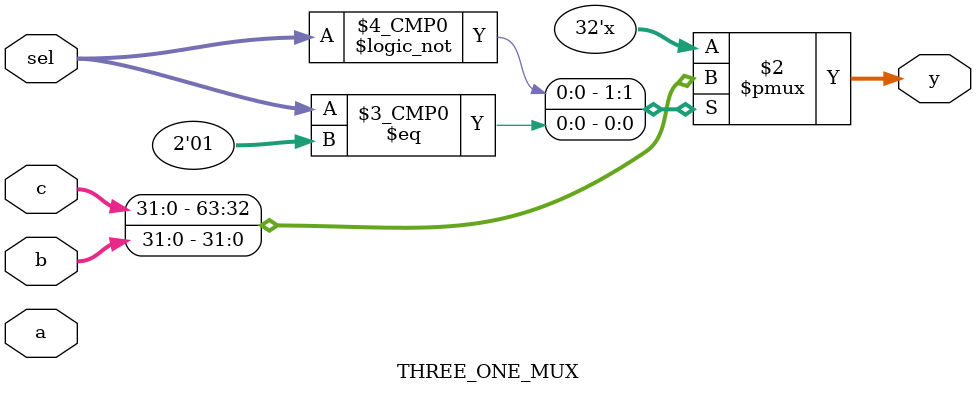
<source format=v>
`timescale 1ns / 1ps


module THREE_ONE_MUX(input [31:0] a, b, c, input [1:0] sel, output reg [31:0] y);
	always @ *
		case (sel)
			00: y <= c;
			01: y <= b;
			10: y <= a;
		endcase
endmodule

</source>
